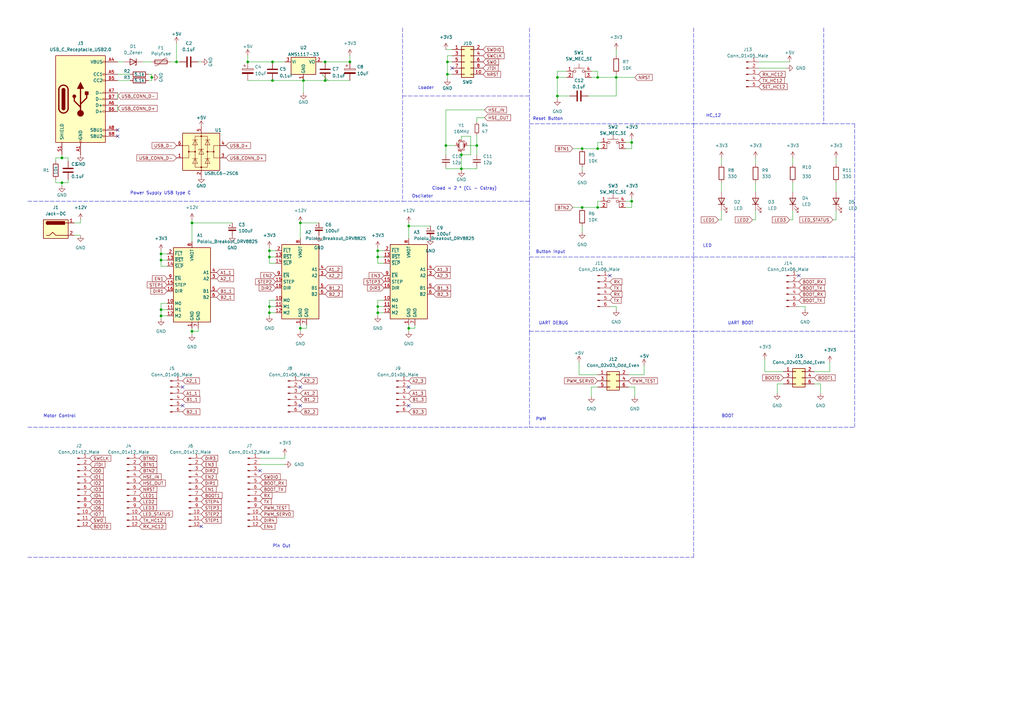
<source format=kicad_sch>
(kicad_sch (version 20211123) (generator eeschema)
  (paper "A3")
  (junction (at 245.11 60.96))
  (junction (at 154.94 128.27))
  (junction (at 66.04 106.68))
  (junction (at 245.11 85.09))
  (junction (at 66.04 129.54))
  (junction (at 123.19 91.44))
  (junction (at 183.515 30.48))
  (junction (at 110.49 102.87))
  (junction (at 259.08 58.42))
  (junction (at 123.19 134.62))
  (junction (at 238.76 85.09))
  (junction (at 124.46 33.02))
  (junction (at 110.49 105.41))
  (junction (at 101.6 25.4))
  (junction (at 154.94 105.41))
  (junction (at 259.08 82.55))
  (junction (at 66.04 104.14))
  (junction (at 189.23 69.215))
  (junction (at 62.23 31.75))
  (junction (at 245.11 31.75))
  (junction (at 66.04 127))
  (junction (at 143.51 25.4))
  (junction (at 228.6 31.75))
  (junction (at 167.64 134.62))
  (junction (at 111.76 25.4))
  (junction (at 110.49 125.73))
  (junction (at 133.35 33.02))
  (junction (at 25.4 64.77))
  (junction (at 195.58 59.69))
  (junction (at 238.76 60.96))
  (junction (at 110.49 128.27))
  (junction (at 228.6 39.37))
  (junction (at 183.515 25.4))
  (junction (at 154.94 125.73))
  (junction (at 133.35 25.4))
  (junction (at 154.94 102.87))
  (junction (at 189.23 63.5))
  (junction (at 78.74 135.89))
  (junction (at 167.64 92.71))
  (junction (at 252.73 31.75))
  (junction (at 78.74 91.44))
  (junction (at 182.88 59.69))
  (junction (at 111.76 33.02))
  (junction (at 25.4 74.93))
  (junction (at 72.39 25.4))
  (no_connect (at 48.26 53.34))
  (no_connect (at 185.42 27.94))
  (no_connect (at 250.19 113.03))
  (no_connect (at 106.68 193.04))
  (no_connect (at 82.55 215.9))
  (no_connect (at 327.66 113.03))
  (no_connect (at 167.64 158.75))
  (no_connect (at 167.64 166.37))
  (no_connect (at 74.93 166.37))
  (no_connect (at 74.93 158.75))
  (no_connect (at 123.19 158.75))
  (no_connect (at 123.19 166.37))
  (no_connect (at 48.26 55.88))
  (bus_entry (at 132.08 30.48) (size 2.54 2.54))
  (wire (pts (xy 183.515 25.4) (xy 183.515 30.48)))
  (wire (pts (xy 256.54 85.09) (xy 259.08 85.09)))
  (wire (pts (xy 193.04 55.88) (xy 193.04 63.5)))
  (wire (pts (xy 25.4 74.93) (xy 27.94 74.93)))
  (wire (pts (xy 309.88 74.93) (xy 309.88 78.74)))
  (wire (pts (xy 242.57 158.75) (xy 245.11 158.75)))
  (wire (pts (xy 110.49 125.73) (xy 110.49 128.27)))
  (wire (pts (xy 245.11 82.55) (xy 245.11 85.09)))
  (wire (pts (xy 334.01 152.4) (xy 340.36 152.4)))
  (polyline (pts (xy 217.17 82.55) (xy 217.17 105.41)))
  (polyline (pts (xy 217.17 50.8) (xy 284.48 50.8)))
  (wire (pts (xy 341.63 90.17) (xy 342.9 90.17)))
  (wire (pts (xy 62.23 31.75) (xy 62.23 30.48)))
  (wire (pts (xy 295.91 90.17) (xy 295.91 86.36)))
  (wire (pts (xy 48.26 25.4) (xy 50.8 25.4)))
  (wire (pts (xy 340.36 152.4) (xy 340.36 148.59)))
  (wire (pts (xy 33.02 90.17) (xy 33.02 91.44)))
  (polyline (pts (xy 284.48 175.26) (xy 350.52 175.26)))
  (polyline (pts (xy 11.43 228.6) (xy 284.48 228.6)))
  (wire (pts (xy 157.48 125.73) (xy 154.94 125.73)))
  (wire (pts (xy 185.42 25.4) (xy 183.515 25.4)))
  (wire (pts (xy 195.58 48.26) (xy 195.58 50.165)))
  (wire (pts (xy 309.88 90.17) (xy 309.88 86.36)))
  (wire (pts (xy 256.54 58.42) (xy 259.08 58.42)))
  (wire (pts (xy 313.69 147.32) (xy 313.69 152.4)))
  (polyline (pts (xy 217.17 105.41) (xy 217.17 135.89)))
  (wire (pts (xy 246.38 82.55) (xy 245.11 82.55)))
  (wire (pts (xy 252.73 31.75) (xy 252.73 39.37)))
  (wire (pts (xy 313.69 152.4) (xy 321.31 152.4)))
  (wire (pts (xy 22.86 73.66) (xy 22.86 74.93)))
  (polyline (pts (xy 350.52 105.41) (xy 336.55 105.41)))
  (wire (pts (xy 193.04 63.5) (xy 189.23 63.5)))
  (wire (pts (xy 185.42 22.86) (xy 183.515 22.86)))
  (wire (pts (xy 78.74 135.89) (xy 78.74 134.62)))
  (polyline (pts (xy 217.17 135.89) (xy 284.48 135.89)))
  (wire (pts (xy 182.88 59.69) (xy 186.69 59.69)))
  (wire (pts (xy 245.11 58.42) (xy 245.11 60.96)))
  (polyline (pts (xy 165.1 82.55) (xy 217.17 82.55)))
  (wire (pts (xy 245.11 31.75) (xy 252.73 31.75)))
  (wire (pts (xy 68.58 124.46) (xy 66.04 124.46)))
  (wire (pts (xy 110.49 128.27) (xy 110.49 129.54)))
  (wire (pts (xy 257.81 158.75) (xy 260.35 158.75)))
  (wire (pts (xy 182.88 63.5) (xy 182.88 59.69)))
  (wire (pts (xy 110.49 107.95) (xy 110.49 105.41)))
  (wire (pts (xy 195.58 63.5) (xy 195.58 59.69)))
  (polyline (pts (xy 284.48 50.8) (xy 284.48 135.89)))
  (wire (pts (xy 232.41 29.21) (xy 228.6 29.21)))
  (polyline (pts (xy 284.48 135.89) (xy 350.52 135.89)))
  (wire (pts (xy 81.28 25.4) (xy 82.55 25.4)))
  (wire (pts (xy 78.74 91.44) (xy 95.25 91.44)))
  (wire (pts (xy 252.73 20.32) (xy 252.73 22.86)))
  (polyline (pts (xy 337.82 11.43) (xy 337.82 50.8)))
  (wire (pts (xy 311.15 27.94) (xy 322.58 27.94)))
  (wire (pts (xy 242.57 29.21) (xy 245.11 29.21)))
  (wire (pts (xy 124.46 33.02) (xy 124.46 38.1)))
  (wire (pts (xy 111.76 33.02) (xy 124.46 33.02)))
  (wire (pts (xy 81.28 134.62) (xy 81.28 135.89)))
  (wire (pts (xy 189.23 62.23) (xy 189.23 63.5)))
  (wire (pts (xy 228.6 31.75) (xy 232.41 31.75)))
  (wire (pts (xy 27.94 64.77) (xy 27.94 66.04)))
  (wire (pts (xy 189.23 69.215) (xy 182.88 69.215)))
  (polyline (pts (xy 284.48 228.6) (xy 284.48 175.26)))
  (wire (pts (xy 22.86 64.77) (xy 25.4 64.77)))
  (wire (pts (xy 66.04 124.46) (xy 66.04 127)))
  (wire (pts (xy 60.96 30.48) (xy 62.23 30.48)))
  (wire (pts (xy 157.48 128.27) (xy 154.94 128.27)))
  (wire (pts (xy 242.57 31.75) (xy 245.11 31.75)))
  (wire (pts (xy 256.54 60.96) (xy 259.08 60.96)))
  (polyline (pts (xy 284.48 11.43) (xy 284.48 50.8)))
  (polyline (pts (xy 350.52 50.8) (xy 350.52 105.41)))
  (wire (pts (xy 318.77 157.48) (xy 321.31 157.48)))
  (wire (pts (xy 22.86 66.04) (xy 22.86 64.77)))
  (wire (pts (xy 183.515 22.86) (xy 183.515 25.4)))
  (wire (pts (xy 72.39 25.4) (xy 73.66 25.4)))
  (wire (pts (xy 342.9 90.17) (xy 342.9 86.36)))
  (wire (pts (xy 252.73 31.75) (xy 260.35 31.75)))
  (wire (pts (xy 260.35 158.75) (xy 260.35 162.56)))
  (wire (pts (xy 110.49 105.41) (xy 113.03 105.41)))
  (wire (pts (xy 101.6 33.02) (xy 111.76 33.02)))
  (wire (pts (xy 154.94 128.27) (xy 154.94 129.54)))
  (wire (pts (xy 191.77 59.69) (xy 195.58 59.69)))
  (wire (pts (xy 259.08 60.96) (xy 259.08 58.42)))
  (wire (pts (xy 250.19 125.73) (xy 252.73 125.73)))
  (wire (pts (xy 78.74 90.17) (xy 78.74 91.44)))
  (wire (pts (xy 154.94 102.87) (xy 157.48 102.87)))
  (wire (pts (xy 33.02 91.44) (xy 30.48 91.44)))
  (wire (pts (xy 157.48 123.19) (xy 154.94 123.19)))
  (wire (pts (xy 25.4 74.93) (xy 25.4 76.2)))
  (wire (pts (xy 69.85 25.4) (xy 72.39 25.4)))
  (wire (pts (xy 189.23 69.215) (xy 195.58 69.215)))
  (wire (pts (xy 154.94 125.73) (xy 154.94 128.27)))
  (wire (pts (xy 66.04 106.68) (xy 66.04 104.14)))
  (wire (pts (xy 66.04 106.68) (xy 68.58 106.68)))
  (wire (pts (xy 237.49 153.67) (xy 245.11 153.67)))
  (wire (pts (xy 143.51 22.86) (xy 143.51 25.4)))
  (wire (pts (xy 110.49 105.41) (xy 110.49 102.87)))
  (wire (pts (xy 133.35 25.4) (xy 143.51 25.4)))
  (wire (pts (xy 257.81 153.67) (xy 264.16 153.67)))
  (wire (pts (xy 123.19 134.62) (xy 123.19 133.35)))
  (wire (pts (xy 294.64 90.17) (xy 295.91 90.17)))
  (wire (pts (xy 125.73 133.35) (xy 125.73 134.62)))
  (wire (pts (xy 66.04 129.54) (xy 66.04 130.81)))
  (wire (pts (xy 252.73 30.48) (xy 252.73 31.75)))
  (wire (pts (xy 123.19 91.44) (xy 130.81 91.44)))
  (wire (pts (xy 327.66 125.73) (xy 330.2 125.73)))
  (polyline (pts (xy 217.17 82.55) (xy 217.17 39.37)))
  (wire (pts (xy 259.08 58.42) (xy 259.08 57.15)))
  (wire (pts (xy 58.42 25.4) (xy 62.23 25.4)))
  (wire (pts (xy 106.68 187.96) (xy 116.84 187.96)))
  (wire (pts (xy 182.88 69.215) (xy 182.88 68.58)))
  (wire (pts (xy 68.58 109.22) (xy 66.04 109.22)))
  (wire (pts (xy 125.73 134.62) (xy 123.19 134.62)))
  (wire (pts (xy 182.88 45.085) (xy 198.755 45.085)))
  (wire (pts (xy 309.88 64.77) (xy 309.88 67.31)))
  (polyline (pts (xy 284.48 105.41) (xy 337.82 105.41)))
  (wire (pts (xy 234.95 85.09) (xy 238.76 85.09)))
  (polyline (pts (xy 217.17 175.26) (xy 284.48 175.26)))
  (wire (pts (xy 68.58 127) (xy 66.04 127)))
  (wire (pts (xy 48.26 43.18) (xy 48.26 45.72)))
  (wire (pts (xy 113.03 123.19) (xy 110.49 123.19)))
  (wire (pts (xy 154.94 107.95) (xy 154.94 105.41)))
  (wire (pts (xy 252.73 125.73) (xy 252.73 127)))
  (wire (pts (xy 264.16 153.67) (xy 264.16 149.86)))
  (wire (pts (xy 195.58 55.245) (xy 195.58 59.69)))
  (wire (pts (xy 189.23 63.5) (xy 189.23 69.215)))
  (wire (pts (xy 124.46 33.02) (xy 133.35 33.02)))
  (wire (pts (xy 259.08 85.09) (xy 259.08 82.55)))
  (wire (pts (xy 323.85 90.17) (xy 325.12 90.17)))
  (polyline (pts (xy 350.52 175.26) (xy 350.52 135.89)))
  (wire (pts (xy 242.57 162.56) (xy 242.57 158.75)))
  (wire (pts (xy 154.94 105.41) (xy 154.94 102.87)))
  (wire (pts (xy 238.76 60.96) (xy 245.11 60.96)))
  (wire (pts (xy 342.9 74.93) (xy 342.9 78.74)))
  (wire (pts (xy 60.96 33.02) (xy 62.23 33.02)))
  (wire (pts (xy 134.62 33.02) (xy 143.51 33.02)))
  (wire (pts (xy 318.77 161.29) (xy 318.77 157.48)))
  (wire (pts (xy 167.64 92.71) (xy 167.64 97.79)))
  (wire (pts (xy 22.86 74.93) (xy 25.4 74.93)))
  (polyline (pts (xy 350.52 105.41) (xy 350.52 135.89)))
  (polyline (pts (xy 284.48 50.8) (xy 337.82 50.8)))
  (wire (pts (xy 116.84 187.96) (xy 116.84 186.69)))
  (wire (pts (xy 198.755 48.26) (xy 195.58 48.26)))
  (wire (pts (xy 259.08 82.55) (xy 259.08 81.28)))
  (wire (pts (xy 295.91 64.77) (xy 295.91 67.31)))
  (wire (pts (xy 154.94 101.6) (xy 154.94 102.87)))
  (wire (pts (xy 238.76 68.58) (xy 238.76 69.85)))
  (wire (pts (xy 111.76 25.4) (xy 116.84 25.4)))
  (wire (pts (xy 66.04 102.87) (xy 66.04 104.14)))
  (wire (pts (xy 78.74 137.16) (xy 78.74 135.89)))
  (wire (pts (xy 238.76 92.71) (xy 238.76 95.25)))
  (wire (pts (xy 157.48 107.95) (xy 154.94 107.95)))
  (wire (pts (xy 48.26 38.1) (xy 48.26 40.64)))
  (wire (pts (xy 170.18 133.35) (xy 170.18 134.62)))
  (wire (pts (xy 182.88 45.085) (xy 182.88 59.69)))
  (wire (pts (xy 238.76 85.09) (xy 245.11 85.09)))
  (wire (pts (xy 245.11 31.75) (xy 245.11 29.21)))
  (wire (pts (xy 113.03 125.73) (xy 110.49 125.73)))
  (wire (pts (xy 123.19 135.89) (xy 123.19 134.62)))
  (polyline (pts (xy 217.17 135.89) (xy 217.17 175.26)))
  (wire (pts (xy 325.12 64.77) (xy 325.12 67.31)))
  (wire (pts (xy 133.35 33.02) (xy 134.62 33.02)))
  (polyline (pts (xy 337.82 50.8) (xy 350.52 50.8)))
  (wire (pts (xy 110.49 101.6) (xy 110.49 102.87)))
  (wire (pts (xy 183.515 30.48) (xy 183.515 32.385)))
  (wire (pts (xy 81.28 135.89) (xy 78.74 135.89)))
  (wire (pts (xy 237.49 148.59) (xy 237.49 153.67)))
  (wire (pts (xy 110.49 123.19) (xy 110.49 125.73)))
  (wire (pts (xy 245.11 85.09) (xy 246.38 85.09)))
  (wire (pts (xy 182.88 20.32) (xy 185.42 20.32)))
  (wire (pts (xy 72.39 17.78) (xy 72.39 25.4)))
  (polyline (pts (xy 217.17 11.43) (xy 217.17 39.37)))
  (wire (pts (xy 27.94 74.93) (xy 27.94 73.66)))
  (wire (pts (xy 185.42 30.48) (xy 183.515 30.48)))
  (wire (pts (xy 68.58 129.54) (xy 66.04 129.54)))
  (wire (pts (xy 311.15 25.4) (xy 323.85 25.4)))
  (wire (pts (xy 110.49 102.87) (xy 113.03 102.87)))
  (wire (pts (xy 132.08 25.4) (xy 133.35 25.4)))
  (wire (pts (xy 308.61 90.17) (xy 309.88 90.17)))
  (wire (pts (xy 228.6 29.21) (xy 228.6 31.75)))
  (wire (pts (xy 113.03 107.95) (xy 110.49 107.95)))
  (polyline (pts (xy 11.43 175.26) (xy 217.17 175.26)))
  (wire (pts (xy 241.3 39.37) (xy 252.73 39.37)))
  (wire (pts (xy 228.6 39.37) (xy 228.6 31.75)))
  (wire (pts (xy 234.95 60.96) (xy 238.76 60.96)))
  (wire (pts (xy 154.94 105.41) (xy 157.48 105.41)))
  (wire (pts (xy 30.48 96.52) (xy 33.02 96.52)))
  (wire (pts (xy 245.11 60.96) (xy 246.38 60.96)))
  (wire (pts (xy 66.04 127) (xy 66.04 129.54)))
  (wire (pts (xy 167.64 91.44) (xy 167.64 92.71)))
  (wire (pts (xy 106.68 190.5) (xy 116.84 190.5)))
  (polyline (pts (xy 165.1 11.43) (xy 165.1 82.55)))
  (wire (pts (xy 123.19 91.44) (xy 123.19 97.79)))
  (wire (pts (xy 228.6 40.64) (xy 228.6 39.37)))
  (wire (pts (xy 62.23 33.02) (xy 62.23 31.75)))
  (wire (pts (xy 53.34 30.48) (xy 48.26 30.48)))
  (wire (pts (xy 325.12 74.93) (xy 325.12 78.74)))
  (wire (pts (xy 189.23 57.15) (xy 189.23 55.88)))
  (wire (pts (xy 189.23 69.85) (xy 189.23 69.215)))
  (wire (pts (xy 25.4 64.77) (xy 27.94 64.77)))
  (polyline (pts (xy 165.1 39.37) (xy 217.17 39.37)))
  (wire (pts (xy 189.23 55.88) (xy 193.04 55.88)))
  (wire (pts (xy 48.26 33.02) (xy 53.34 33.02)))
  (wire (pts (xy 325.12 90.17) (xy 325.12 86.36)))
  (wire (pts (xy 342.9 64.77) (xy 342.9 67.31)))
  (wire (pts (xy 167.64 134.62) (xy 167.64 133.35)))
  (wire (pts (xy 256.54 82.55) (xy 259.08 82.55)))
  (wire (pts (xy 167.64 92.71) (xy 176.53 92.71)))
  (wire (pts (xy 154.94 123.19) (xy 154.94 125.73)))
  (wire (pts (xy 295.91 74.93) (xy 295.91 78.74)))
  (wire (pts (xy 167.64 135.89) (xy 167.64 134.62)))
  (wire (pts (xy 195.58 69.215) (xy 195.58 68.58)))
  (wire (pts (xy 66.04 109.22) (xy 66.04 106.68)))
  (wire (pts (xy 228.6 39.37) (xy 233.68 39.37)))
  (polyline (pts (xy 11.43 82.55) (xy 165.1 82.55)))
  (wire (pts (xy 113.03 128.27) (xy 110.49 128.27)))
  (wire (pts (xy 334.01 157.48) (xy 336.55 157.48)))
  (wire (pts (xy 101.6 25.4) (xy 111.76 25.4)))
  (wire (pts (xy 330.2 125.73) (xy 330.2 127)))
  (polyline (pts (xy 217.17 105.41) (xy 284.48 105.41)))
  (wire (pts (xy 25.4 63.5) (xy 25.4 64.77)))
  (wire (pts (xy 170.18 134.62) (xy 167.64 134.62)))
  (wire (pts (xy 101.6 22.86) (xy 101.6 25.4)))
  (wire (pts (xy 246.38 58.42) (xy 245.11 58.42)))
  (polyline (pts (xy 284.48 175.26) (xy 284.48 135.89)))
  (wire (pts (xy 336.55 157.48) (xy 336.55 161.29)))
  (wire (pts (xy 78.74 91.44) (xy 78.74 99.06)))
  (wire (pts (xy 66.04 104.14) (xy 68.58 104.14)))
  (text "Pin Out\n" (at 111.76 224.79 0) (effects (font (size 1.27 1.27)) (justify left bottom)))
  (text "LED" (at 288.29 101.6 0) (effects (font (size 1.27 1.27)) (justify left bottom)))
  (text "Loader" (at 171.45 36.83 0) (effects (font (size 1.27 1.27)) (justify left bottom)))
  (text "Cload = 2 * (CL - Cstray)" (at 177.165 78.105 0) (effects (font (size 1.27 1.27)) (justify left bottom)))
  (text "Button Input\n" (at 219.71 104.14 0) (effects (font (size 1.27 1.27)) (justify left bottom)))
  (text "Power Supply USB type C" (at 53.34 80.01 0) (effects (font (size 1.27 1.27)) (justify left bottom)))
  (text "Reset Button\n" (at 218.44 49.53 0) (effects (font (size 1.27 1.27)) (justify left bottom)))
  (text "PWM" (at 219.71 172.72 0) (effects (font (size 1.27 1.27)) (justify left bottom)))
  (text "Oscilator" (at 168.91 81.28 0) (effects (font (size 1.27 1.27)) (justify left bottom)))
  (text "BOOT" (at 295.91 171.45 0) (effects (font (size 1.27 1.27)) (justify left bottom)))
  (text "Motor Control" (at 17.78 171.45 0) (effects (font (size 1.27 1.27)) (justify left bottom)))
  (text "UART DEBUG" (at 220.98 133.35 0) (effects (font (size 1.27 1.27)) (justify left bottom)))
  (text "HC_12\n" (at 289.56 48.26 0) (effects (font (size 1.27 1.27)) (justify left bottom)))
  (text "UART BOOT\n" (at 298.45 133.35 0) (effects (font (size 1.27 1.27)) (justify left bottom)))
  (global_label "BOOT1" (shape input) (at 82.55 203.2 0) (property "Intersheet References" "${INTERSHEET_REFS}" (effects hide)))
  (global_label "RX_HC12" (shape input) (at 311.15 30.48 0) (property "Intersheet References" "${INTERSHEET_REFS}" (effects hide)))
  (global_label "DIR1" (shape input) (at 68.58 119.38 180) (property "Intersheet References" "${INTERSHEET_REFS}" (effects hide)))
  (global_label "SET_HC12" (shape input) (at 311.15 35.56 0) (property "Intersheet References" "${INTERSHEET_REFS}" (effects hide)))
  (global_label "IO6" (shape input) (at 36.83 208.28 0) (property "Intersheet References" "${INTERSHEET_REFS}" (effects hide)))
  (global_label "A1_3" (shape input) (at 167.64 161.29 0) (property "Intersheet References" "${INTERSHEET_REFS}" (effects hide)))
  (global_label "A2_3" (shape input) (at 167.64 156.21 0) (property "Intersheet References" "${INTERSHEET_REFS}" (effects hide)))
  (global_label "LED2" (shape input) (at 57.15 205.74 0) (property "Intersheet References" "${INTERSHEET_REFS}" (effects hide)))
  (global_label "DIR2" (shape input) (at 82.55 193.04 0) (property "Intersheet References" "${INTERSHEET_REFS}" (effects hide)))
  (global_label "B1_2" (shape input) (at 123.19 163.83 0) (property "Intersheet References" "${INTERSHEET_REFS}" (effects hide)))
  (global_label "PWM_SERVO" (shape input) (at 245.11 156.21 180) (property "Intersheet References" "${INTERSHEET_REFS}" (effects hide)))
  (global_label "LED3" (shape input) (at 323.85 90.17 180) (property "Intersheet References" "${INTERSHEET_REFS}" (effects hide)))
  (global_label "BTN0" (shape input) (at 57.15 187.96 0) (property "Intersheet References" "${INTERSHEET_REFS}" (effects hide)))
  (global_label "EN3" (shape input) (at 82.55 190.5 0) (property "Intersheet References" "${INTERSHEET_REFS}" (effects hide)))
  (global_label "IO0" (shape input) (at 36.83 193.04 0) (property "Intersheet References" "${INTERSHEET_REFS}" (effects hide)))
  (global_label "DIR3" (shape input) (at 157.48 118.11 180) (property "Intersheet References" "${INTERSHEET_REFS}" (effects hide)))
  (global_label "EN1" (shape input) (at 82.55 200.66 0) (property "Intersheet References" "${INTERSHEET_REFS}" (effects hide)))
  (global_label "IO1" (shape input) (at 36.83 195.58 0) (property "Intersheet References" "${INTERSHEET_REFS}" (effects hide)))
  (global_label "B1_3" (shape input) (at 167.64 163.83 0) (property "Intersheet References" "${INTERSHEET_REFS}" (effects hide)))
  (global_label "PWM_SERVO" (shape input) (at 106.68 210.82 0) (property "Intersheet References" "${INTERSHEET_REFS}" (effects hide)))
  (global_label "SWCLK" (shape input) (at 198.12 22.86 0) (property "Intersheet References" "${INTERSHEET_REFS}" (effects hide)))
  (global_label "NRST" (shape input) (at 198.12 30.48 0) (property "Intersheet References" "${INTERSHEET_REFS}" (effects hide)))
  (global_label "B2_3" (shape input) (at 177.8 120.65 0) (property "Intersheet References" "${INTERSHEET_REFS}" (effects hide)))
  (global_label "DIR2" (shape input) (at 113.03 118.11 180) (property "Intersheet References" "${INTERSHEET_REFS}" (effects hide)))
  (global_label "USB_D+" (shape input) (at 92.71 59.69 0) (property "Intersheet References" "${INTERSHEET_REFS}" (effects hide)))
  (global_label "B2_3" (shape input) (at 167.64 168.91 0) (property "Intersheet References" "${INTERSHEET_REFS}" (effects hide)))
  (global_label "USB_CONN_D+" (shape input) (at 48.26 44.45 0) (property "Intersheet References" "${INTERSHEET_REFS}" (effects hide)))
  (global_label "EN2" (shape input) (at 82.55 195.58 0) (property "Intersheet References" "${INTERSHEET_REFS}" (effects hide)))
  (global_label "LED_STATUS" (shape input) (at 57.15 210.82 0) (property "Intersheet References" "${INTERSHEET_REFS}" (effects hide)))
  (global_label "STEP1" (shape input) (at 68.58 116.84 180) (property "Intersheet References" "${INTERSHEET_REFS}" (effects hide)))
  (global_label "BOOT_RX" (shape input) (at 327.66 120.65 0) (property "Intersheet References" "${INTERSHEET_REFS}" (effects hide)))
  (global_label "A2_2" (shape input) (at 123.19 156.21 0) (property "Intersheet References" "${INTERSHEET_REFS}" (effects hide)))
  (global_label "A2_1" (shape input) (at 74.93 156.21 0) (property "Intersheet References" "${INTERSHEET_REFS}" (effects hide)))
  (global_label "BOOT0" (shape input) (at 321.31 154.94 180) (property "Intersheet References" "${INTERSHEET_REFS}" (effects hide)))
  (global_label "BOOT0" (shape input) (at 36.83 215.9 0) (property "Intersheet References" "${INTERSHEET_REFS}" (effects hide)))
  (global_label "BTN2" (shape input) (at 57.15 193.04 0) (property "Intersheet References" "${INTERSHEET_REFS}" (effects hide)))
  (global_label "BOOT_RX" (shape input) (at 106.68 198.12 0) (property "Intersheet References" "${INTERSHEET_REFS}" (effects hide)))
  (global_label "LED2" (shape input) (at 308.61 90.17 180) (property "Intersheet References" "${INTERSHEET_REFS}" (effects hide)))
  (global_label "DIR1" (shape input) (at 82.55 198.12 0) (property "Intersheet References" "${INTERSHEET_REFS}" (effects hide)))
  (global_label "BOOT_RX" (shape input) (at 327.66 115.57 0) (property "Intersheet References" "${INTERSHEET_REFS}" (effects hide)))
  (global_label "EN3" (shape input) (at 157.48 113.03 180) (property "Intersheet References" "${INTERSHEET_REFS}" (effects hide)))
  (global_label "STEP2" (shape input) (at 113.03 115.57 180) (property "Intersheet References" "${INTERSHEET_REFS}" (effects hide)))
  (global_label "TX_HC12" (shape input) (at 57.15 213.36 0) (property "Intersheet References" "${INTERSHEET_REFS}" (effects hide)))
  (global_label "STEP3" (shape input) (at 157.48 115.57 180) (property "Intersheet References" "${INTERSHEET_REFS}" (effects hide)))
  (global_label "USB_D-" (shape input) (at 72.39 59.69 180) (property "Intersheet References" "${INTERSHEET_REFS}" (effects hide)))
  (global_label "LED3" (shape input) (at 57.15 208.28 0) (property "Intersheet References" "${INTERSHEET_REFS}" (effects hide)))
  (global_label "BTN2" (shape input) (at 234.95 85.09 180) (property "Intersheet References" "${INTERSHEET_REFS}" (effects hide)))
  (global_label "B2_2" (shape input) (at 133.35 120.65 0) (property "Intersheet References" "${INTERSHEET_REFS}" (effects hide)))
  (global_label "DIR4" (shape input) (at 106.68 213.36 0) (property "Intersheet References" "${INTERSHEET_REFS}" (effects hide)))
  (global_label "LED_STATUS" (shape input) (at 341.63 90.17 180) (property "Intersheet References" "${INTERSHEET_REFS}" (effects hide)))
  (global_label "RX" (shape input) (at 250.19 115.57 0) (property "Intersheet References" "${INTERSHEET_REFS}" (effects hide)))
  (global_label "BOOT1" (shape input) (at 334.01 154.94 0) (property "Intersheet References" "${INTERSHEET_REFS}" (effects hide)))
  (global_label "RX" (shape input) (at 106.68 203.2 0) (property "Intersheet References" "${INTERSHEET_REFS}" (effects hide)))
  (global_label "HSE_IN" (shape input) (at 57.15 195.58 0) (property "Intersheet References" "${INTERSHEET_REFS}" (effects hide)))
  (global_label "IO7" (shape input) (at 36.83 210.82 0) (property "Intersheet References" "${INTERSHEET_REFS}" (effects hide)))
  (global_label "IO3" (shape input) (at 36.83 200.66 0) (property "Intersheet References" "${INTERSHEET_REFS}" (effects hide)))
  (global_label "USB_CONN_D-" (shape input) (at 48.26 39.37 0) (property "Intersheet References" "${INTERSHEET_REFS}" (effects hide)))
  (global_label "B1_2" (shape input) (at 133.35 118.11 0) (property "Intersheet References" "${INTERSHEET_REFS}" (effects hide)))
  (global_label "HSE_IN" (shape input) (at 198.755 45.085 0) (property "Intersheet References" "${INTERSHEET_REFS}" (effects hide)))
  (global_label "A1_1" (shape input) (at 74.93 161.29 0) (property "Intersheet References" "${INTERSHEET_REFS}" (effects hide)))
  (global_label "A1_2" (shape input) (at 133.35 110.49 0) (property "Intersheet References" "${INTERSHEET_REFS}" (effects hide)))
  (global_label "EN2" (shape input) (at 113.03 113.03 180) (property "Intersheet References" "${INTERSHEET_REFS}" (effects hide)))
  (global_label "LED1" (shape input) (at 57.15 203.2 0) (property "Intersheet References" "${INTERSHEET_REFS}" (effects hide)))
  (global_label "EN4" (shape input) (at 106.68 215.9 0) (property "Intersheet References" "${INTERSHEET_REFS}" (effects hide)))
  (global_label "B2_2" (shape input) (at 123.19 168.91 0) (property "Intersheet References" "${INTERSHEET_REFS}" (effects hide)))
  (global_label "BTN1" (shape input) (at 57.15 190.5 0) (property "Intersheet References" "${INTERSHEET_REFS}" (effects hide)))
  (global_label "STEP3" (shape input) (at 82.55 208.28 0) (property "Intersheet References" "${INTERSHEET_REFS}" (effects hide)))
  (global_label "USB_CONN_D+" (shape input) (at 92.71 64.77 0) (property "Intersheet References" "${INTERSHEET_REFS}" (effects hide)))
  (global_label "A2_2" (shape input) (at 133.35 113.03 0) (property "Intersheet References" "${INTERSHEET_REFS}" (effects hide)))
  (global_label "BOOT_TX" (shape input) (at 327.66 123.19 0) (property "Intersheet References" "${INTERSHEET_REFS}" (effects hide)))
  (global_label "A2_3" (shape input) (at 177.8 113.03 0) (property "Intersheet References" "${INTERSHEET_REFS}" (effects hide)))
  (global_label "IO2" (shape input) (at 36.83 198.12 0) (property "Intersheet References" "${INTERSHEET_REFS}" (effects hide)))
  (global_label "HSE_OUT" (shape input) (at 198.755 48.26 0) (property "Intersheet References" "${INTERSHEET_REFS}" (effects hide)))
  (global_label "NRST" (shape input) (at 260.35 31.75 0) (property "Intersheet References" "${INTERSHEET_REFS}" (effects hide)))
  (global_label "SWDIO" (shape input) (at 198.12 20.32 0) (property "Intersheet References" "${INTERSHEET_REFS}" (effects hide)))
  (global_label "B2_1" (shape input) (at 74.93 168.91 0) (property "Intersheet References" "${INTERSHEET_REFS}" (effects hide)))
  (global_label "SWCLK" (shape input) (at 36.83 187.96 0) (property "Intersheet References" "${INTERSHEET_REFS}" (effects hide)))
  (global_label "STEP4" (shape input) (at 82.55 205.74 0) (property "Intersheet References" "${INTERSHEET_REFS}" (effects hide)))
  (global_label "BOOT_TX" (shape input) (at 106.68 200.66 0) (property "Intersheet References" "${INTERSHEET_REFS}" (effects hide)))
  (global_label "TX" (shape input) (at 250.19 123.19 0) (property "Intersheet References" "${INTERSHEET_REFS}" (effects hide)))
  (global_label "IO5" (shape input) (at 36.83 205.74 0) (property "Intersheet References" "${INTERSHEET_REFS}" (effects hide)))
  (global_label "DIR3" (shape input) (at 82.55 187.96 0) (property "Intersheet References" "${INTERSHEET_REFS}" (effects hide)))
  (global_label "USB_CONN_D-" (shape input) (at 72.39 64.77 180) (property "Intersheet References" "${INTERSHEET_REFS}" (effects hide)))
  (global_label "PWM_TEST" (shape input) (at 106.68 208.28 0) (property "Intersheet References" "${INTERSHEET_REFS}" (effects hide)))
  (global_label "TX" (shape input) (at 106.68 205.74 0) (property "Intersheet References" "${INTERSHEET_REFS}" (effects hide)))
  (global_label "RX" (shape input) (at 250.19 120.65 0) (property "Intersheet References" "${INTERSHEET_REFS}" (effects hide)))
  (global_label "TX_HC12" (shape input) (at 311.15 33.02 0) (property "Intersheet References" "${INTERSHEET_REFS}" (effects hide)))
  (global_label "BOOT_TX" (shape input) (at 327.66 118.11 0) (property "Intersheet References" "${INTERSHEET_REFS}" (effects hide)))
  (global_label "IO4" (shape input) (at 36.83 203.2 0) (property "Intersheet References" "${INTERSHEET_REFS}" (effects hide)))
  (global_label "B1_1" (shape input) (at 88.9 119.38 0) (property "Intersheet References" "${INTERSHEET_REFS}" (effects hide)))
  (global_label "A2_1" (shape input) (at 88.9 114.3 0) (property "Intersheet References" "${INTERSHEET_REFS}" (effects hide)))
  (global_label "RX_HC12" (shape input) (at 57.15 215.9 0) (property "Intersheet References" "${INTERSHEET_REFS}" (effects hide)))
  (global_label "A1_3" (shape input) (at 177.8 110.49 0) (property "Intersheet References" "${INTERSHEET_REFS}" (effects hide)))
  (global_label "STEP2" (shape input) (at 82.55 210.82 0) (property "Intersheet References" "${INTERSHEET_REFS}" (effects hide)))
  (global_label "A1_1" (shape input) (at 88.9 111.76 0) (property "Intersheet References" "${INTERSHEET_REFS}" (effects hide)))
  (global_label "TX" (shape input) (at 250.19 118.11 0) (property "Intersheet References" "${INTERSHEET_REFS}" (effects hide)))
  (global_label "EN1" (shape input) (at 68.58 114.3 180) (property "Intersheet References" "${INTERSHEET_REFS}" (effects hide)))
  (global_label "LED1" (shape input) (at 294.64 90.17 180) (property "Intersheet References" "${INTERSHEET_REFS}" (effects hide)))
  (global_label "HSE_OUT" (shape input) (at 57.15 198.12 0) (property "Intersheet References" "${INTERSHEET_REFS}" (effects hide)))
  (global_label "B2_1" (shape input) (at 88.9 121.92 0) (property "Intersheet References" "${INTERSHEET_REFS}" (effects hide)))
  (global_label "BTN1" (shape input) (at 234.95 60.96 180) (property "Intersheet References" "${INTERSHEET_REFS}" (effects hide)))
  (global_label "JTDI" (shape input) (at 198.12 27.94 0) (property "Intersheet References" "${INTERSHEET_REFS}" (effects hide)))
  (global_label "PWM_TEST" (shape input) (at 257.81 156.21 0) (property "Intersheet References" "${INTERSHEET_REFS}" (effects hide)))
  (global_label "SWO" (shape input) (at 36.83 213.36 0) (property "Intersheet References" "${INTERSHEET_REFS}" (effects hide)))
  (global_label "SWDIO" (shape input) (at 106.68 195.58 0) (property "Intersheet References" "${INTERSHEET_REFS}" (effects hide)))
  (global_label "NRST" (shape input) (at 57.15 200.66 0) (property "Intersheet References" "${INTERSHEET_REFS}" (effects hide)))
  (global_label "B1_3" (shape input) (at 177.8 118.11 0) (property "Intersheet References" "${INTERSHEET_REFS}" (effects hide)))
  (global_label "JTDI" (shape input) (at 36.83 190.5 0) (property "Intersheet References" "${INTERSHEET_REFS}" (effects hide)))
  (global_label "SWO" (shape input) (at 198.12 25.4 0) (property "Intersheet References" "${INTERSHEET_REFS}" (effects hide)))
  (global_label "A1_2" (shape input) (at 123.19 161.29 0) (property "Intersheet References" "${INTERSHEET_REFS}" (effects hide)))
  (global_label "B1_1" (shape input) (at 74.93 163.83 0) (property "Intersheet References" "${INTERSHEET_REFS}" (effects hide)))
  (global_label "STEP1" (shape input) (at 82.55 213.36 0) (property "Intersheet References" "${INTERSHEET_REFS}" (effects hide)))
  (symbol (lib_id "Device:LED") (at 309.88 82.55 90) (unit 1)
    (property "Reference" "D3" (at 314.96 82.8674 90) (effects (justify right)))
    (property "Value" "LED" (at 314.96 85.4074 90) (effects (justify right)))
    (property "Footprint" "LED_SMD:LED_0805_2012Metric" (effects hide))
  )
  (symbol (lib_id "-Passive:C") (at 27.94 69.85 180) (unit 1)
    (property "Reference" "C1" (at 29.21 67.31 0) (effects (justify right)))
    (property "Value" "0.1uF" (at 29.21 72.39 0) (effects (justify right)))
    (property "Footprint" "Capacitor_SMD:C_0805_2012Metric" (effects hide))
    (property "InternalPN" "264" (effects hide))
    (property "Substitutable" "Y" (effects hide))
  )
  (symbol (lib_id "Device:C_Polarized_Small") (at 176.53 95.25 0) (unit 1)
    (property "Reference" "C9" (at 179.07 93.4338 0) (effects (justify left)))
    (property "Value" "100uF" (at 179.07 95.9738 0) (effects (justify left)))
    (property "Footprint" "Capacitor_THT:CP_Radial_D5.0mm_P2.00mm" (effects hide))
  )
  (symbol (lib_id "Driver_Motor:Pololu_Breakout_DRV8825") (at 167.64 113.03 0) (unit 1)
    (property "Reference" "A3" (at 169.6594 95.25 0) (effects (justify left)))
    (property "Value" "Pololu_Breakout_DRV8825" (at 169.6594 97.79 0) (effects (justify left)))
    (property "Footprint" "Module:Pololu_Breakout-16_15.2x20.3mm" (effects hide))
    (property "Datasheet" "https://www.pololu.com/product/2982" (effects hide))
  )
  (symbol (lib_id "Switch:SW_MEC_5E") (at 237.49 31.75 0) (unit 1)
    (property "Reference" "SW1" (at 237.49 21.59 0))
    (property "Value" "SW_MEC_5E" (at 237.49 24.13 0))
    (property "Footprint" "Button_Switch_SMD:SW_Push_1P1T_NO_6x6mm_H9.5mm" (effects hide))
    (property "Datasheet" "http://www.apem.com/int/index.php?controller=attachment&id_attachment=1371" (effects hide))
  )
  (symbol (lib_id "power:+3V3") (at 252.73 20.32 0) (unit 1)
    (property "Reference" "#PWR038" (effects hide))
    (property "Value" "+3V3" (at 252.73 15.24 0))
  )
  (symbol (lib_id "Device:LED") (at 342.9 82.55 90) (unit 1)
    (property "Reference" "D5" (at 347.98 82.8674 90) (effects (justify right)))
    (property "Value" "LED" (at 347.98 85.4074 90) (effects (justify right)))
    (property "Footprint" "LED_SMD:LED_0805_2012Metric" (effects hide))
  )
  (symbol (lib_id "power:GND") (at 252.73 127 0) (unit 1)
    (property "Reference" "#PWR039" (effects hide))
    (property "Value" "GND" (at 252.73 132.08 0))
  )
  (symbol (lib_id "Device:C_Small") (at 195.58 66.04 0) (unit 1)
    (property "Reference" "C11" (at 198.12 64.135 0) (effects (justify left)))
    (property "Value" "12p" (at 198.12 66.675 0) (effects (justify left)))
    (property "Footprint" "Capacitor_SMD:C_0805_2012Metric" (effects hide))
    (property "LCSC Part #" "C1547" (effects hide))
  )
  (symbol (lib_id "Connector_Generic:Conn_02x03_Odd_Even") (at 326.39 154.94 0) (unit 1)
    (property "Reference" "J15" (at 327.66 146.05 0))
    (property "Value" "Conn_02x03_Odd_Even" (at 327.66 148.59 0))
    (property "Footprint" "Connector_PinHeader_2.54mm:PinHeader_2x03_P2.54mm_Vertical" (effects hide))
  )
  (symbol (lib_id "Driver_Motor:Pololu_Breakout_DRV8825") (at 78.74 114.3 0) (unit 1)
    (property "Reference" "A1" (at 80.7594 96.52 0) (effects (justify left)))
    (property "Value" "Pololu_Breakout_DRV8825" (at 80.7594 99.06 0) (effects (justify left)))
    (property "Footprint" "Module:Pololu_Breakout-16_15.2x20.3mm" (effects hide))
    (property "Datasheet" "https://www.pololu.com/product/2982" (effects hide))
  )
  (symbol (lib_id "Connector:Conn_01x12_Male") (at 101.6 200.66 0) (unit 1)
    (property "Reference" "J7" (at 102.235 182.88 0))
    (property "Value" "Conn_01x12_Male" (at 102.235 185.42 0))
    (property "Footprint" "Connector_PinHeader_2.54mm:PinHeader_1x12_P2.54mm_Vertical" (effects hide))
  )
  (symbol (lib_id "power:GND") (at 66.04 130.81 0) (unit 1)
    (property "Reference" "#PWR07" (effects hide))
    (property "Value" "GND" (at 66.04 135.89 0))
  )
  (symbol (lib_id "power:+3V3") (at 259.08 81.28 0) (unit 1)
    (property "Reference" "#PWR041" (effects hide))
    (property "Value" "+3V3" (at 259.08 76.2 0))
  )
  (symbol (lib_id "Ambi:C") (at 111.76 29.21 0) (unit 1)
    (property "Reference" "C5" (at 114.681 28.3015 0) (effects (justify left)))
    (property "Value" "0.1uF" (at 114.681 31.0766 0) (effects (justify left)))
    (property "Footprint" "Capacitor_SMD:C_0805_2012Metric" (effects hide))
  )
  (symbol (lib_id "power:GND") (at 183.515 32.385 0) (unit 1)
    (property "Reference" "#PWR031" (effects hide))
    (property "Value" "GND" (at 183.515 36.195 0))
  )
  (symbol (lib_id "power:+3V3") (at 342.9 64.77 0) (unit 1)
    (property "Reference" "#PWR049" (effects hide))
    (property "Value" "+3V3" (at 342.9 59.69 0))
  )
  (symbol (lib_id "Device:C_Polarized") (at 101.6 29.21 0) (unit 1)
    (property "Reference" "C4" (at 104.521 27.4125 0) (effects (justify left)))
    (property "Value" "10uF" (at 104.521 30.1876 0) (effects (justify left)))
    (property "Footprint" "Capacitor_Tantalum_SMD:CP_EIA-3528-12_Kemet-T" (effects hide))
  )
  (symbol (lib_id "Connector:Conn_01x06_Male") (at 322.58 118.11 0) (unit 1)
    (property "Reference" "J14" (at 323.215 107.95 0))
    (property "Value" "Conn_01x06_Male" (at 323.215 110.49 0))
    (property "Footprint" "Connector_PinHeader_2.54mm:PinHeader_1x06_P2.54mm_Vertical" (effects hide))
  )
  (symbol (lib_id "Device:R") (at 295.91 71.12 0) (unit 1)
    (property "Reference" "R8" (at 298.45 69.8499 0) (effects (justify left)))
    (property "Value" "330" (at 298.45 72.3899 0) (effects (justify left)))
    (property "Footprint" "Resistor_SMD:R_0805_2012Metric" (effects hide))
  )
  (symbol (lib_id "-Flag:GND") (at 124.46 38.1 0) (unit 1)
    (property "Reference" "#PWR022" (effects hide))
    (property "Value" "GND" (at 124.46 41.91 0))
    (property "InternalPN" "0" (effects hide))
    (property "Substitutable" "Y" (effects hide))
  )
  (symbol (lib_id "Connector:USB_C_Receptacle_USB2.0") (at 33.02 40.64 0) (unit 1)
    (property "Reference" "J3" (at 33.02 17.78 0))
    (property "Value" "USB_C_Receptacle_USB2.0" (at 33.02 20.32 0))
    (property "Footprint" "Connector_USB:USB_C_Receptacle_HRO_TYPE-C-31-M-12" (effects hide))
    (property "Datasheet" "https://www.usb.org/sites/default/files/documents/usb_type-c.zip" (effects hide))
  )
  (symbol (lib_id "Device:R") (at 309.88 71.12 0) (unit 1)
    (property "Reference" "R9" (at 312.42 69.8499 0) (effects (justify left)))
    (property "Value" "330" (at 312.42 72.3899 0) (effects (justify left)))
    (property "Footprint" "Resistor_SMD:R_0805_2012Metric" (effects hide))
  )
  (symbol (lib_id "power:+3V3") (at 259.08 57.15 0) (unit 1)
    (property "Reference" "#PWR040" (effects hide))
    (property "Value" "+3V3" (at 259.08 52.07 0))
  )
  (symbol (lib_id "power:+3V3") (at 110.49 101.6 0) (unit 1)
    (property "Reference" "#PWR016" (effects hide))
    (property "Value" "+3V3" (at 110.49 96.52 0))
  )
  (symbol (lib_id "Switch:SW_MEC_5E") (at 251.46 60.96 0) (unit 1)
    (property "Reference" "SW2" (at 251.46 52.07 0))
    (property "Value" "SW_MEC_5E" (at 251.46 54.61 0))
    (property "Footprint" "Button_Switch_SMD:SW_Push_1P1T_NO_6x6mm_H9.5mm" (effects hide))
    (property "Datasheet" "http://www.apem.com/int/index.php?controller=attachment&id_attachment=1371" (effects hide))
  )
  (symbol (lib_id "-Flag:GND") (at 62.23 31.75 90) (unit 1)
    (property "Reference" "#PWR05" (effects hide))
    (property "Value" "GND" (at 66.04 31.75 0))
    (property "InternalPN" "0" (effects hide))
    (property "Substitutable" "Y" (effects hide))
  )
  (symbol (lib_id "Connector:Jack-DC") (at 22.86 93.98 0) (unit 1)
    (property "Reference" "J1" (at 22.86 85.09 0))
    (property "Value" "Jack-DC" (at 22.86 87.63 0))
    (property "Footprint" "Connector_BarrelJack:BarrelJack_Horizontal" (effects hide))
  )
  (symbol (lib_id "-Flag:GND") (at 33.02 63.5 0) (unit 1)
    (property "Reference" "#PWR02" (effects hide))
    (property "Value" "GND" (at 33.02 67.31 0))
    (property "InternalPN" "0" (effects hide))
    (property "Substitutable" "Y" (effects hide))
  )
  (symbol (lib_id "power:+5V") (at 72.39 17.78 0) (unit 1)
    (property "Reference" "#PWR08" (effects hide))
    (property "Value" "+5V" (at 72.39 13.97 0))
  )
  (symbol (lib_id "Connector:Conn_01x06_Male") (at 69.85 161.29 0) (unit 1)
    (property "Reference" "J5" (at 70.485 151.13 0))
    (property "Value" "Conn_01x06_Male" (at 70.485 153.67 0))
    (property "Footprint" "Connector_PinHeader_2.00mm:PinHeader_1x06_P2.00mm_Vertical" (effects hide))
  )
  (symbol (lib_id "power:+5V") (at 323.85 25.4 0) (unit 1)
    (property "Reference" "#PWR047" (effects hide))
    (property "Value" "+5V" (at 323.85 21.59 0))
  )
  (symbol (lib_id "power:+3V3") (at 325.12 64.77 0) (unit 1)
    (property "Reference" "#PWR048" (effects hide))
    (property "Value" "+3V3" (at 325.12 59.69 0))
  )
  (symbol (lib_id "power:GND") (at 242.57 162.56 0) (unit 1)
    (property "Reference" "#PWR037" (effects hide))
    (property "Value" "GND" (at 242.57 167.64 0))
  )
  (symbol (lib_id "power:GND") (at 176.53 97.79 0) (unit 1)
    (property "Reference" "#PWR029" (effects hide))
    (property "Value" "GND" (at 176.53 102.87 0))
  )
  (symbol (lib_id "power:GND") (at 336.55 161.29 0) (unit 1)
    (property "Reference" "#PWR0102" (effects hide))
    (property "Value" "GND" (at 336.55 166.37 0))
  )
  (symbol (lib_id "Driver_Motor:Pololu_Breakout_DRV8825") (at 123.19 113.03 0) (unit 1)
    (property "Reference" "A2" (at 125.2094 95.25 0) (effects (justify left)))
    (property "Value" "Pololu_Breakout_DRV8825" (at 125.2094 97.79 0) (effects (justify left)))
    (property "Footprint" "Module:Pololu_Breakout-16_15.2x20.3mm" (effects hide))
    (property "Datasheet" "https://www.pololu.com/product/2982" (effects hide))
  )
  (symbol (lib_id "power:GND") (at 322.58 27.94 90) (unit 1)
    (property "Reference" "#PWR046" (effects hide))
    (property "Value" "GND" (at 326.39 27.9399 90) (effects (justify right)))
  )
  (symbol (lib_id "power:GND") (at 318.77 161.29 0) (unit 1)
    (property "Reference" "#PWR0105" (effects hide))
    (property "Value" "GND" (at 318.77 166.37 0))
  )
  (symbol (lib_id "power:+5V") (at 237.49 148.59 0) (unit 1)
    (property "Reference" "#PWR034" (effects hide))
    (property "Value" "+5V" (at 237.49 144.78 0))
  )
  (symbol (lib_id "Regulator_Linear:TLV1117-33") (at 124.46 25.4 0) (unit 1)
    (property "Reference" "U2" (at 124.46 19.5285 0))
    (property "Value" "AMS1117-33" (at 124.46 22.3036 0))
    (property "Footprint" "Package_TO_SOT_SMD:SOT-223" (effects hide))
    (property "Datasheet" "http://www.ti.com/lit/ds/symlink/tlv1117.pdf" (effects hide))
  )
  (symbol (lib_id "Device:C_Polarized_Small") (at 95.25 93.98 0) (unit 1)
    (property "Reference" "C3" (at 97.79 92.1638 0) (effects (justify left)))
    (property "Value" "100uF" (at 97.79 94.7038 0) (effects (justify left)))
    (property "Footprint" "Capacitor_THT:CP_Radial_D5.0mm_P2.00mm" (effects hide))
  )
  (symbol (lib_id "Device:R") (at 342.9 71.12 0) (unit 1)
    (property "Reference" "R11" (at 345.44 69.8499 0) (effects (justify left)))
    (property "Value" "330" (at 345.44 72.3899 0) (effects (justify left)))
    (property "Footprint" "Resistor_SMD:R_0805_2012Metric" (effects hide))
  )
  (symbol (lib_id "Power_Protection:USBLC6-2SC6") (at 82.55 62.23 0) (unit 1)
    (property "Reference" "U1" (at 89.535 53.34 0))
    (property "Value" "USBLC6-2SC6" (at 90.805 71.12 0))
    (property "Footprint" "Package_TO_SOT_SMD:SOT-23-6" (effects hide))
    (property "Datasheet" "https://www.st.com/resource/en/datasheet/usblc6-2.pdf" (effects hide))
    (property "LCSC Part #" "C7519" (effects hide))
  )
  (symbol (lib_id "Connector:Conn_01x05_Male") (at 306.07 30.48 0) (unit 1)
    (property "Reference" "J13" (at 306.705 20.32 0))
    (property "Value" "Conn_01x05_Male" (at 306.705 22.86 0))
    (property "Footprint" "Connector_PinHeader_2.54mm:PinHeader_1x05_P2.54mm_Vertical" (effects hide))
  )
  (symbol (lib_id "power:+5V") (at 101.6 22.86 0) (unit 1)
    (property "Reference" "#PWR015" (effects hide))
    (property "Value" "+5V" (at 101.6 19.05 0))
  )
  (symbol (lib_id "Connector:Conn_01x06_Male") (at 162.56 161.29 0) (unit 1)
    (property "Reference" "J9" (at 163.195 151.13 0))
    (property "Value" "Conn_01x06_Male" (at 163.195 153.67 0))
    (property "Footprint" "Connector_PinHeader_2.00mm:PinHeader_1x06_P2.00mm_Vertical" (effects hide))
  )
  (symbol (lib_id "power:+3V3") (at 154.94 101.6 0) (unit 1)
    (property "Reference" "#PWR025" (effects hide))
    (property "Value" "+3V3" (at 154.94 96.52 0))
  )
  (symbol (lib_id "Connector_Generic:Conn_02x05_Odd_Even") (at 190.5 25.4 0) (unit 1)
    (property "Reference" "J10" (at 191.77 17.78 0))
    (property "Value" "SWD" (at 191.77 33.655 0))
    (property "Footprint" "Connector_PinHeader_2.54mm:PinHeader_2x05_P2.54mm_Vertical" (effects hide))
  )
  (symbol (lib_id "power:GND") (at 260.35 162.56 0) (unit 1)
    (property "Reference" "#PWR042" (effects hide))
    (property "Value" "GND" (at 260.35 167.64 0))
  )
  (symbol (lib_id "power:GND") (at 238.76 69.85 0) (unit 1)
    (property "Reference" "#PWR035" (effects hide))
    (property "Value" "GND" (at 238.76 74.93 0))
  )
  (symbol (lib_id "power:+3V3") (at 143.51 22.86 0) (unit 1)
    (property "Reference" "#PWR024" (effects hide))
    (property "Value" "+3V3" (at 143.51 17.78 0))
  )
  (symbol (lib_id "Device:Crystal_GND24_Small") (at 189.23 59.69 0) (unit 1)
    (property "Reference" "Y1" (at 187.96 51.435 0) (effects (justify left)))
    (property "Value" "16MHz" (at 186.055 53.975 0) (effects (justify left)))
    (property "Footprint" "Crystal:Crystal_SMD_3225-4Pin_3.2x2.5mm" (effects hide))
    (property "LCSC Part #" "C13738" (effects hide))
  )
  (symbol (lib_id "Device:C_Small") (at 182.88 66.04 0) (unit 1)
    (property "Reference" "C10" (at 185.42 64.135 0) (effects (justify left)))
    (property "Value" "12p" (at 185.42 66.675 0) (effects (justify left)))
    (property "Footprint" "Capacitor_SMD:C_0805_2012Metric" (effects hide))
    (property "LCSC Part #" "C1547" (effects hide))
  )
  (symbol (lib_id "Connector:Conn_01x06_Male") (at 245.11 118.11 0) (unit 1)
    (property "Reference" "J11" (at 245.745 107.95 0))
    (property "Value" "Conn_01x06_Male" (at 245.745 110.49 0))
    (property "Footprint" "Connector_PinHeader_2.54mm:PinHeader_1x06_P2.54mm_Vertical" (effects hide))
  )
  (symbol (lib_id "Device:LED") (at 325.12 82.55 90) (unit 1)
    (property "Reference" "D4" (at 328.93 81.28 90) (effects (justify right)))
    (property "Value" "LED" (at 328.93 83.82 90) (effects (justify right)))
    (property "Footprint" "LED_SMD:LED_0805_2012Metric" (effects hide))
  )
  (symbol (lib_id "Connector:Conn_01x06_Male") (at 118.11 161.29 0) (unit 1)
    (property "Reference" "J8" (at 118.745 151.13 0))
    (property "Value" "Conn_01x06_Male" (at 118.745 153.67 0))
    (property "Footprint" "Connector_PinHeader_2.00mm:PinHeader_1x06_P2.00mm_Vertical" (effects hide))
  )
  (symbol (lib_id "power:GND") (at 82.55 72.39 0) (unit 1)
    (property "Reference" "#PWR013" (effects hide))
    (property "Value" "GND" (at 82.55 76.2 0))
  )
  (symbol (lib_id "power:GND") (at 228.6 40.64 0) (unit 1)
    (property "Reference" "#PWR033" (effects hide))
    (property "Value" "GND" (at 228.6 45.72 0))
  )
  (symbol (lib_id "power:GND") (at 330.2 127 0) (unit 1)
    (property "Reference" "#PWR0101" (effects hide))
    (property "Value" "GND" (at 330.2 132.08 0))
  )
  (symbol (lib_id "power:+3V3") (at 182.88 20.32 0) (unit 1)
    (property "Reference" "#PWR030" (effects hide))
    (property "Value" "+3V3" (at 182.88 15.24 0))
  )
  (symbol (lib_id "power:+3V3") (at 313.69 147.32 0) (unit 1)
    (property "Reference" "#PWR0104" (effects hide))
    (property "Value" "+3V3" (at 313.69 142.24 0))
  )
  (symbol (lib_id "power:GND") (at 110.49 129.54 0) (unit 1)
    (property "Reference" "#PWR017" (effects hide))
    (property "Value" "GND" (at 110.49 134.62 0))
  )
  (symbol (lib_id "power:+12V") (at 33.02 90.17 0) (unit 1)
    (property "Reference" "#PWR03" (effects hide))
    (property "Value" "+12V" (at 33.02 85.09 0))
  )
  (symbol (lib_id "Switch:SW_MEC_5E") (at 251.46 85.09 0) (unit 1)
    (property "Reference" "SW3" (at 251.46 76.2 0))
    (property "Value" "SW_MEC_5E" (at 251.46 78.74 0))
    (property "Footprint" "Button_Switch_SMD:SW_Push_1P1T_NO_6x6mm_H9.5mm" (effects hide))
    (property "Datasheet" "http://www.apem.com/int/index.php?controller=attachment&id_attachment=1371" (effects hide))
  )
  (symbol (lib_id "-Flag:GND") (at 25.4 76.2 0) (unit 1)
    (property "Reference" "#PWR01" (effects hide))
    (property "Value" "GND" (at 25.4 80.01 0))
    (property "InternalPN" "0" (effects hide))
    (property "Substitutable" "Y" (effects hide))
  )
  (symbol (lib_id "power:+12V") (at 123.19 91.44 0) (unit 1)
    (property "Reference" "#PWR020" (effects hide))
    (property "Value" "+12V" (at 123.19 86.36 0))
  )
  (symbol (lib_id "power:+3V3") (at 340.36 148.59 0) (unit 1)
    (property "Reference" "#PWR0103" (effects hide))
    (property "Value" "+3V3" (at 340.36 143.51 0))
  )
  (symbol (lib_id "power:GND") (at 95.25 96.52 0) (unit 1)
    (property "Reference" "#PWR014" (effects hide))
    (property "Value" "GND" (at 95.25 101.6 0))
  )
  (symbol (lib_id "Connector:Conn_01x12_Male") (at 77.47 200.66 0) (unit 1)
    (property "Reference" "J6" (at 78.105 182.88 0))
    (property "Value" "Conn_01x12_Male" (at 78.105 185.42 0))
    (property "Footprint" "Connector_PinHeader_2.54mm:PinHeader_1x12_P2.54mm_Vertical" (effects hide))
  )
  (symbol (lib_id "Device:R") (at 252.73 26.67 0) (unit 1)
    (property "Reference" "R7" (at 255.27 25.3999 0) (effects (justify left)))
    (property "Value" "10K" (at 255.27 27.9399 0) (effects (justify left)))
    (property "Footprint" "Resistor_SMD:R_0805_2012Metric" (effects hide))
  )
  (symbol (lib_id "Device:R_Small") (at 195.58 52.705 0) (unit 1)
    (property "Reference" "R4" (at 197.485 51.435 0) (effects (justify left)))
    (property "Value" "47" (at 197.485 53.975 0) (effects (justify left)))
    (property "Footprint" "Resistor_SMD:R_0805_2012Metric" (effects hide))
    (property "LCSC Part #" "C25118" (effects hide))
  )
  (symbol (lib_id "power:+3.3V") (at 116.84 186.69 0) (unit 1)
    (property "Reference" "#PWR018" (effects hide))
    (property "Value" "+3.3V" (at 116.84 181.61 0))
  )
  (symbol (lib_id "power:GND") (at 154.94 129.54 0) (unit 1)
    (property "Reference" "#PWR026" (effects hide))
    (property "Value" "GND" (at 154.94 134.62 0))
  )
  (symbol (lib_id "Ambi:C") (at 133.35 29.21 0) (unit 1)
    (property "Reference" "C7" (at 136.271 28.3015 0) (effects (justify left)))
    (property "Value" "0.1uF" (at 136.271 31.0766 0) (effects (justify left)))
    (property "Footprint" "Capacitor_SMD:C_0805_2012Metric" (effects hide))
  )
  (symbol (lib_id "Connector:Conn_01x12_Male") (at 52.07 200.66 0) (unit 1)
    (property "Reference" "J4" (at 52.705 182.88 0))
    (property "Value" "Conn_01x12_Male" (at 52.705 185.42 0))
    (property "Footprint" "Connector_PinHeader_2.54mm:PinHeader_1x12_P2.54mm_Vertical" (effects hide))
  )
  (symbol (lib_id "Device:D_Zener") (at 54.61 25.4 180) (unit 1)
    (property "Reference" "D1" (at 54.61 19.05 0))
    (property "Value" "D_Zener" (at 54.61 21.59 0))
    (property "Footprint" "Diode_SMD:D_0805_2012Metric" (effects hide))
  )
  (symbol (lib_id "power:GND") (at 33.02 96.52 0) (unit 1)
    (property "Reference" "#PWR04" (effects hide))
    (property "Value" "GND" (at 33.02 101.6 0))
  )
  (symbol (lib_id "Device:C_Polarized_Small") (at 130.81 93.98 0) (unit 1)
    (property "Reference" "C6" (at 133.35 92.1638 0) (effects (justify left)))
    (property "Value" "100uF" (at 133.35 94.7038 0) (effects (justify left)))
    (property "Footprint" "Capacitor_THT:CP_Radial_D5.0mm_P2.00mm" (effects hide))
  )
  (symbol (lib_id "Connector:Conn_01x12_Male") (at 31.75 200.66 0) (unit 1)
    (property "Reference" "J2" (at 32.385 182.88 0))
    (property "Value" "Conn_01x12_Male" (at 32.385 185.42 0))
    (property "Footprint" "Connector_PinHeader_2.54mm:PinHeader_1x12_P2.54mm_Vertical" (effects hide))
  )
  (symbol (lib_id "-Flag:GND") (at 82.55 25.4 90) (unit 1)
    (property "Reference" "#PWR011" (effects hide))
    (property "Value" "GND" (at 86.36 25.4 0))
    (property "InternalPN" "0" (effects hide))
    (property "Substitutable" "Y" (effects hide))
  )
  (symbol (lib_id "power:+12V") (at 167.64 91.44 0) (unit 1)
    (property "Reference" "#PWR027" (effects hide))
    (property "Value" "+12V" (at 167.64 86.36 0))
  )
  (symbol (lib_id "power:+12V") (at 78.74 90.17 0) (unit 1)
    (property "Reference" "#PWR09" (effects hide))
    (property "Value" "+12V" (at 78.74 85.09 0))
  )
  (symbol (lib_id "power:+3V3") (at 295.91 64.77 0) (unit 1)
    (property "Reference" "#PWR044" (effects hide))
    (property "Value" "+3V3" (at 295.91 59.69 0))
  )
  (symbol (lib_id "Device:R") (at 325.12 71.12 0) (unit 1)
    (property "Reference" "R10" (at 328.93 68.58 0) (effects (justify left)))
    (property "Value" "330" (at 328.93 72.3899 0) (effects (justify left)))
    (property "Footprint" "Resistor_SMD:R_0805_2012Metric" (effects hide))
  )
  (symbol (lib_id "power:+3V3") (at 309.88 64.77 0) (unit 1)
    (property "Reference" "#PWR045" (effects hide))
    (property "Value" "+3V3" (at 309.88 59.69 0))
  )
  (symbol (lib_id "-Passive:R") (at 57.15 30.48 270) (unit 1)
    (property "Reference" "R2" (at 52.07 29.21 90))
    (property "Value" "5.1k" (at 57.15 30.48 90))
    (property "Footprint" "Resistor_SMD:R_0805_2012Metric" (effects hide))
    (property "InternalPN" "312" (effects hide))
    (property "Substitutable" "Y" (effects hide))
  )
  (symbol (lib_id "power:GND") (at 167.64 135.89 0) (unit 1)
    (property "Reference" "#PWR028" (effects hide))
    (property "Value" "GND" (at 167.64 140.97 0))
  )
  (symbol (lib_id "power:+5V") (at 264.16 149.86 0) (unit 1)
    (property "Reference" "#PWR043" (effects hide))
    (property "Value" "+5V" (at 264.16 146.05 0))
  )
  (symbol (lib_id "Device:C_Polarized") (at 143.51 29.21 0) (unit 1)
    (property "Reference" "C8" (at 146.431 27.4125 0) (effects (justify left)))
    (property "Value" "10uF" (at 146.431 30.1876 0) (effects (justify left)))
    (property "Footprint" "Capacitor_Tantalum_SMD:CP_EIA-3528-12_Kemet-T" (effects hide))
  )
  (symbol (lib_id "power:GND") (at 189.23 69.85 0) (unit 1)
    (property "Reference" "#PWR032" (effects hide))
    (property "Value" "GND" (at 189.23 73.66 0))
  )
  (symbol (lib_id "-Discrete:Polyfuse") (at 66.04 25.4 270) (unit 1)
    (property "Reference" "F1" (at 66.04 19.685 90))
    (property "Value" "Polyfuse" (at 66.04 21.9964 90))
    (property "Footprint" "Discrete:Fuse_1206" (effects hide))
    (property "InternalPN" "20" (effects hide))
    (property "Substitutable" "Y" (effects hide))
  )
  (symbol (lib_id "Device:R") (at 238.76 88.9 0) (unit 1)
    (property "Reference" "R6" (at 241.3 87.6299 0) (effects (justify left)))
    (property "Value" "10K" (at 241.3 90.1699 0) (effects (justify left)))
    (property "Footprint" "Resistor_SMD:R_0805_2012Metric" (effects hide))
  )
  (symbol (lib_id "-Passive:R") (at 22.86 69.85 0) (unit 1)
    (property "Reference" "R1" (at 20.32 69.85 0) (effects (justify right)))
    (property "Value" "10k" (at 22.86 69.85 90))
    (property "Footprint" "Resistor_SMD:R_0805_2012Metric" (effects hide))
    (property "InternalPN" "285" (effects hide))
    (property "Substitutable" "Y" (effects hide))
  )
  (symbol (lib_id "Device:R") (at 238.76 64.77 0) (unit 1)
    (property "Reference" "R5" (at 241.3 63.4999 0) (effects (justify left)))
    (property "Value" "10K" (at 241.3 66.0399 0) (effects (justify left)))
    (property "Footprint" "Resistor_SMD:R_0805_2012Metric" (effects hide))
  )
  (symbol (lib_id "Device:LED") (at 295.91 82.55 90) (unit 1)
    (property "Reference" "D2" (at 300.99 82.8674 90) (effects (justify right)))
    (property "Value" "LED" (at 300.99 85.4074 90) (effects (justify right)))
    (property "Footprint" "LED_SMD:LED_0805_2012Metric" (effects hide))
  )
  (symbol (lib_id "power:GND") (at 123.19 135.89 0) (unit 1)
    (property "Reference" "#PWR021" (effects hide))
    (property "Value" "GND" (at 123.19 140.97 0))
  )
  (symbol (lib_id "power:+5V") (at 82.55 52.07 0) (unit 1)
    (property "Reference" "#PWR012" (effects hide))
    (property "Value" "+5V" (at 82.55 48.26 0))
  )
  (symbol (lib_id "power:GND") (at 238.76 95.25 0) (unit 1)
    (property "Reference" "#PWR036" (effects hide))
    (property "Value" "GND" (at 238.76 100.33 0))
  )
  (symbol (lib_id "-Passive:R") (at 57.15 33.02 270) (unit 1)
    (property "Reference" "R3" (at 52.07 31.75 90))
    (property "Value" "5.1k" (at 57.15 33.02 90))
    (property "Footprint" "Resistor_SMD:R_0805_2012Metric" (effects hide))
    (property "InternalPN" "312" (effects hide))
    (property "Substitutable" "Y" (effects hide))
  )
  (symbol (lib_id "Connector_Generic:Conn_02x03_Odd_Even") (at 250.19 156.21 0) (unit 1)
    (property "Reference" "J12" (at 251.46 147.32 0))
    (property "Value" "Conn_02x03_Odd_Even" (at 251.46 149.86 0))
    (property "Footprint" "Connector_PinHeader_2.54mm:PinHeader_2x03_P2.54mm_Vertical" (effects hide))
  )
  (symbol (lib_id "power:GND") (at 130.81 96.52 0) (unit 1)
    (property "Reference" "#PWR023" (effects hide))
    (property "Value" "GND" (at 130.81 101.6 0))
  )
  (symbol (lib_id "Ambi:C") (at 237.49 39.37 90) (unit 1)
    (property "Reference" "C12" (at 237.49 33.02 90))
    (property "Value" "0.1uF" (at 237.49 35.56 90))
    (property "Footprint" "Capacitor_SMD:C_0805_2012Metric" (effects hide))
  )
  (symbol (lib_id "power:GND") (at 78.74 137.16 0) (unit 1)
    (property "Reference" "#PWR010" (effects hide))
    (property "Value" "GND" (at 78.74 142.24 0))
  )
  (symbol (lib_id "Ambi:C") (at 77.47 25.4 90) (unit 1)
    (property "Reference" "C2" (at 77.47 17.78 90))
    (property "Value" "0.1uF" (at 77.47 20.32 90))
    (property "Footprint" "Capacitor_SMD:C_0805_2012Metric" (effects hide))
  )
  (symbol (lib_id "power:+3V3") (at 66.04 102.87 0) (unit 1)
    (property "Reference" "#PWR06" (effects hide))
    (property "Value" "+3V3" (at 66.04 97.79 0))
  )
  (symbol (lib_id "power:GND") (at 116.84 190.5 90) (unit 1)
    (property "Reference" "#PWR019" (effects hide))
    (property "Value" "GND" (at 120.65 190.4999 90) (effects (justify right)))
  )
)
</source>
